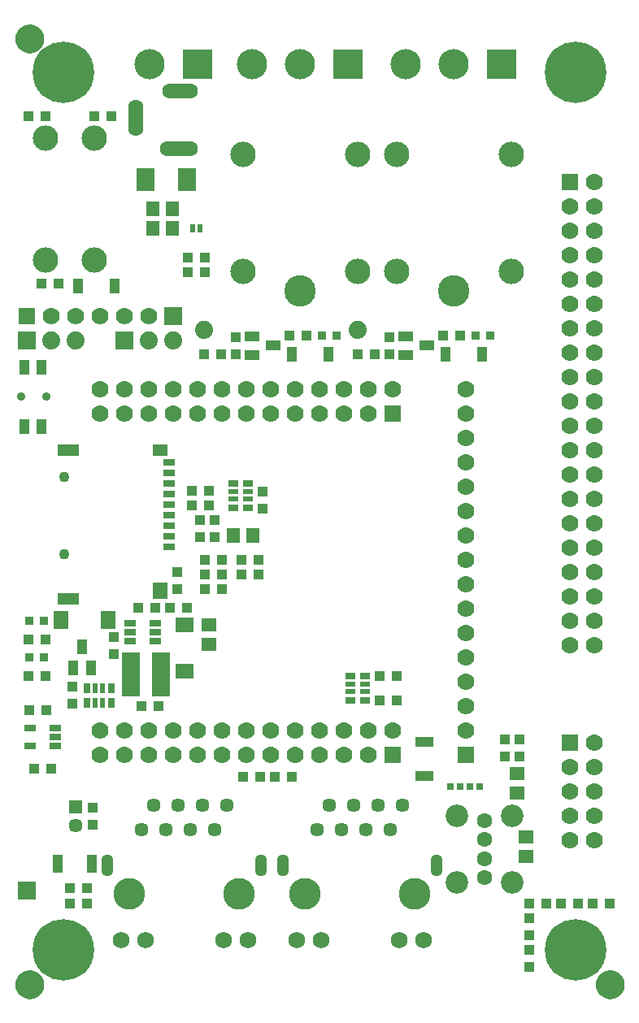
<source format=gbr>
G75*
G70*
%OFA0B0*%
%FSLAX24Y24*%
%IPPOS*%
%LPD*%
%AMOC8*
5,1,8,0,0,1.08239X$1,22.5*
%
%ADD10R,0.0700X0.0700*%
%ADD11C,0.0700*%
%ADD12R,0.0640X0.0540*%
%ADD13C,0.0926*%
%ADD14C,0.0631*%
%ADD15R,0.0280X0.0270*%
%ADD16R,0.0440X0.0440*%
%ADD17C,0.1300*%
%ADD18C,0.0571*%
%ADD19C,0.0690*%
%ADD20C,0.0512*%
%ADD21R,0.0440X0.0200*%
%ADD22R,0.0440X0.0300*%
%ADD23R,0.0200X0.0440*%
%ADD24R,0.0300X0.0440*%
%ADD25R,0.0434X0.0591*%
%ADD26R,0.0740X0.0740*%
%ADD27C,0.0740*%
%ADD28R,0.0740X0.0940*%
%ADD29C,0.1290*%
%ADD30C,0.1040*%
%ADD31R,0.1240X0.1240*%
%ADD32C,0.1240*%
%ADD33R,0.0591X0.0434*%
%ADD34R,0.0355X0.0355*%
%ADD35C,0.0434*%
%ADD36C,0.0500*%
%ADD37R,0.0591X0.0512*%
%ADD38R,0.0591X0.0670*%
%ADD39R,0.0906X0.0512*%
%ADD40R,0.0472X0.0315*%
%ADD41R,0.0540X0.0640*%
%ADD42R,0.0571X0.0571*%
%ADD43R,0.0611X0.0749*%
%ADD44R,0.0729X0.1812*%
%ADD45R,0.0749X0.0611*%
%ADD46R,0.0512X0.0257*%
%ADD47R,0.0240X0.0340*%
%ADD48R,0.0740X0.0440*%
%ADD49R,0.0440X0.0740*%
%ADD50C,0.0355*%
%ADD51R,0.0440X0.0620*%
%ADD52C,0.2520*%
D10*
X019652Y012157D03*
X022652Y012157D03*
X026902Y012657D03*
X019652Y026157D03*
X026902Y035657D03*
X004652Y030157D03*
D11*
X005652Y030157D03*
X006652Y030157D03*
X007652Y030157D03*
X008652Y030157D03*
X009652Y030157D03*
X009652Y027157D03*
X009652Y026157D03*
X008652Y026157D03*
X008652Y027157D03*
X007652Y027157D03*
X007652Y026157D03*
X010652Y026157D03*
X010652Y027157D03*
X011652Y027157D03*
X011652Y026157D03*
X012652Y026157D03*
X012652Y027157D03*
X013652Y027157D03*
X013652Y026157D03*
X014652Y026157D03*
X014652Y027157D03*
X015652Y027157D03*
X015652Y026157D03*
X016652Y026157D03*
X016652Y027157D03*
X017652Y027157D03*
X017652Y026157D03*
X018652Y026157D03*
X018652Y027157D03*
X019652Y027157D03*
X022652Y027157D03*
X022652Y026157D03*
X022652Y025157D03*
X022652Y024157D03*
X022652Y023157D03*
X022652Y022157D03*
X022652Y021157D03*
X022652Y020157D03*
X022652Y019157D03*
X022652Y018157D03*
X022652Y017157D03*
X022652Y016157D03*
X022652Y015157D03*
X022652Y014157D03*
X022652Y013157D03*
X019652Y013157D03*
X018652Y013157D03*
X018652Y012157D03*
X017652Y012157D03*
X017652Y013157D03*
X016652Y013157D03*
X016652Y012157D03*
X015652Y012157D03*
X015652Y013157D03*
X014652Y013157D03*
X014652Y012157D03*
X013652Y012157D03*
X013652Y013157D03*
X012652Y013157D03*
X012652Y012157D03*
X011652Y012157D03*
X011652Y013157D03*
X010652Y013157D03*
X010652Y012157D03*
X009652Y012157D03*
X009652Y013157D03*
X008652Y013157D03*
X008652Y012157D03*
X007652Y012157D03*
X007652Y013157D03*
X026902Y011657D03*
X026902Y010657D03*
X026902Y009657D03*
X026902Y008657D03*
X027902Y008657D03*
X027902Y009657D03*
X027902Y010657D03*
X027902Y011657D03*
X027902Y012657D03*
X027902Y016657D03*
X027902Y017657D03*
X027902Y018657D03*
X027902Y019657D03*
X027902Y020657D03*
X027902Y021657D03*
X026902Y021657D03*
X026902Y020657D03*
X026902Y019657D03*
X026902Y018657D03*
X026902Y017657D03*
X026902Y016657D03*
X026902Y022657D03*
X026902Y023657D03*
X026902Y024657D03*
X026902Y025657D03*
X026902Y026657D03*
X026902Y027657D03*
X026902Y028657D03*
X026902Y029657D03*
X026902Y030657D03*
X026902Y031657D03*
X026902Y032657D03*
X026902Y033657D03*
X026902Y034657D03*
X027902Y034657D03*
X027902Y035657D03*
X027902Y033657D03*
X027902Y032657D03*
X027902Y031657D03*
X027902Y030657D03*
X027902Y029657D03*
X027902Y028657D03*
X027902Y027657D03*
X027902Y026657D03*
X027902Y025657D03*
X027902Y024657D03*
X027902Y023657D03*
X027902Y022657D03*
D12*
X024752Y011407D03*
X024752Y010607D03*
X025102Y008807D03*
X025102Y008007D03*
X012102Y016707D03*
X012102Y017507D03*
D13*
X022289Y009686D03*
X022289Y006930D03*
X024533Y006930D03*
X024533Y009686D03*
D14*
X023411Y009489D03*
X023411Y008701D03*
X023411Y007914D03*
X023411Y007127D03*
X011345Y037034D03*
X011227Y037034D03*
X011109Y037034D03*
X010991Y037034D03*
X010873Y037034D03*
X010754Y037034D03*
X010636Y037034D03*
X010518Y037034D03*
X010400Y037034D03*
X009121Y037880D03*
X009121Y037959D03*
X009121Y038077D03*
X009121Y038195D03*
X009121Y038314D03*
X009121Y038432D03*
X009121Y038550D03*
X009121Y038668D03*
X009121Y038747D03*
X010518Y039396D03*
X010636Y039396D03*
X010754Y039396D03*
X010873Y039396D03*
X010991Y039396D03*
X011109Y039396D03*
X011227Y039396D03*
X011345Y039396D03*
D15*
X022002Y010857D03*
X022402Y010857D03*
X022802Y010857D03*
X023202Y010857D03*
D16*
X024252Y012107D03*
X024852Y012107D03*
X024852Y012807D03*
X024252Y012807D03*
X019802Y014407D03*
X019102Y014407D03*
X019102Y015407D03*
X019802Y015407D03*
X015502Y011257D03*
X014802Y011257D03*
X014202Y011257D03*
X013502Y011257D03*
X010052Y014157D03*
X009352Y014157D03*
X008202Y016307D03*
X008202Y017007D03*
X009202Y018207D03*
X009902Y018207D03*
X010502Y018207D03*
X011202Y018207D03*
X010802Y018957D03*
X010802Y019657D03*
X011952Y019557D03*
X011952Y020157D03*
X011752Y021107D03*
X012352Y021107D03*
X012352Y021807D03*
X012102Y022407D03*
X012102Y023007D03*
X011402Y023007D03*
X011402Y022407D03*
X011752Y021807D03*
X012652Y020157D03*
X012652Y019557D03*
X012652Y018957D03*
X013452Y019557D03*
X013452Y020157D03*
X014152Y020157D03*
X014152Y019557D03*
X014302Y022257D03*
X014302Y022957D03*
X011952Y018957D03*
X006502Y014957D03*
X006502Y014257D03*
X005452Y014007D03*
X004752Y014007D03*
X004702Y015407D03*
X005402Y015407D03*
X005402Y016907D03*
X004702Y016907D03*
X004952Y011607D03*
X005652Y011607D03*
X007352Y010007D03*
X007352Y009307D03*
X007102Y006707D03*
X007102Y006057D03*
X006402Y006057D03*
X006402Y006707D03*
X011902Y028607D03*
X012602Y028607D03*
X013202Y028607D03*
X013202Y029307D03*
X011952Y031957D03*
X011952Y032557D03*
X011252Y032557D03*
X011252Y031957D03*
X015402Y029357D03*
X016102Y029357D03*
X018202Y028607D03*
X018902Y028607D03*
X019502Y028607D03*
X019502Y029307D03*
X021702Y029357D03*
X022402Y029357D03*
X008102Y038357D03*
X007402Y038357D03*
X005402Y038357D03*
X004702Y038357D03*
X005252Y031507D03*
X005952Y031507D03*
X025252Y006057D03*
X025252Y005457D03*
X025252Y004757D03*
X025252Y004157D03*
X025252Y003457D03*
X025952Y006057D03*
X026552Y006057D03*
X027252Y006057D03*
X027852Y006057D03*
X028552Y006057D03*
D17*
X020552Y006457D03*
X016052Y006457D03*
X013352Y006457D03*
X008852Y006457D03*
D18*
X009349Y009095D03*
X009849Y010095D03*
X010349Y009095D03*
X010849Y010095D03*
X011349Y009095D03*
X011849Y010095D03*
X012349Y009095D03*
X012849Y010095D03*
X016549Y009095D03*
X017049Y010095D03*
X017549Y009095D03*
X018049Y010095D03*
X018549Y009095D03*
X019049Y010095D03*
X019549Y009095D03*
X020049Y010095D03*
X006652Y009263D03*
D19*
X008500Y004587D03*
X009500Y004587D03*
X012705Y004587D03*
X013705Y004587D03*
X015700Y004587D03*
X016700Y004587D03*
X019905Y004587D03*
X020905Y004587D03*
D20*
X021452Y007441D03*
X021452Y007520D03*
X021452Y007599D03*
X021452Y007677D03*
X021452Y007756D03*
X021452Y007835D03*
X015153Y007835D03*
X015153Y007756D03*
X015153Y007677D03*
X015153Y007599D03*
X015153Y007520D03*
X015153Y007441D03*
X014252Y007441D03*
X014252Y007520D03*
X014252Y007599D03*
X014252Y007677D03*
X014252Y007756D03*
X014252Y007835D03*
X007953Y007835D03*
X007953Y007756D03*
X007953Y007677D03*
X007953Y007599D03*
X007953Y007520D03*
X007953Y007441D03*
D21*
X017902Y014757D03*
X017902Y015057D03*
X018502Y015057D03*
X018502Y014757D03*
X013702Y022657D03*
X013702Y022957D03*
X013102Y022957D03*
X013102Y022657D03*
D22*
X013102Y022307D03*
X013702Y022307D03*
X013702Y023307D03*
X013102Y023307D03*
X017902Y015407D03*
X018502Y015407D03*
X018502Y014407D03*
X017902Y014407D03*
D23*
X007752Y014307D03*
X007452Y014307D03*
X007452Y014907D03*
X007752Y014907D03*
D24*
X008102Y014907D03*
X008102Y014307D03*
X007102Y014307D03*
X007102Y014907D03*
D25*
X007276Y015724D03*
X006902Y016590D03*
X006528Y015724D03*
X015504Y028607D03*
X017000Y028607D03*
X021804Y028607D03*
X023300Y028607D03*
X008250Y031407D03*
X006754Y031407D03*
D26*
X008652Y029157D03*
X010652Y030157D03*
X004652Y029157D03*
X004652Y006607D03*
D27*
X005652Y029157D03*
X006652Y029157D03*
X009652Y029157D03*
X010652Y029157D03*
X011902Y029607D03*
X018202Y029607D03*
D28*
X011210Y035757D03*
X009495Y035757D03*
D29*
X015852Y031207D03*
X022152Y031207D03*
D30*
X019802Y032007D03*
X018202Y032007D03*
X018202Y036807D03*
X019802Y036807D03*
X024502Y036807D03*
X024502Y032007D03*
X013502Y032007D03*
X013502Y036807D03*
X007402Y037457D03*
X005402Y037457D03*
X005402Y032457D03*
X007402Y032457D03*
D31*
X011637Y040507D03*
X017821Y040507D03*
X024121Y040507D03*
D32*
X022152Y040507D03*
X020184Y040507D03*
X015852Y040507D03*
X013884Y040507D03*
X009668Y040507D03*
D33*
X013869Y029331D03*
X013869Y028583D03*
X014736Y028957D03*
X020169Y028583D03*
X020169Y029331D03*
X021036Y028957D03*
D34*
X023052Y029357D03*
X023652Y029357D03*
X017352Y029357D03*
X016752Y029357D03*
X005352Y017657D03*
X004752Y017657D03*
X004752Y016157D03*
X005352Y016157D03*
D35*
X006173Y020406D03*
X006173Y023556D03*
X004752Y041557D03*
X004752Y002757D03*
X028552Y002757D03*
D36*
X004417Y002757D02*
X004419Y002794D01*
X004425Y002830D01*
X004435Y002866D01*
X004449Y002900D01*
X004467Y002932D01*
X004488Y002963D01*
X004512Y002991D01*
X004539Y003016D01*
X004569Y003037D01*
X004601Y003056D01*
X004635Y003071D01*
X004670Y003082D01*
X004706Y003089D01*
X004743Y003092D01*
X004780Y003091D01*
X004816Y003086D01*
X004852Y003077D01*
X004887Y003064D01*
X004919Y003047D01*
X004950Y003027D01*
X004979Y003003D01*
X005005Y002977D01*
X005027Y002948D01*
X005047Y002916D01*
X005062Y002883D01*
X005074Y002848D01*
X005082Y002812D01*
X005086Y002775D01*
X005086Y002739D01*
X005082Y002702D01*
X005074Y002666D01*
X005062Y002631D01*
X005047Y002598D01*
X005027Y002566D01*
X005005Y002537D01*
X004979Y002511D01*
X004950Y002487D01*
X004920Y002467D01*
X004887Y002450D01*
X004852Y002437D01*
X004816Y002428D01*
X004780Y002423D01*
X004743Y002422D01*
X004706Y002425D01*
X004670Y002432D01*
X004635Y002443D01*
X004601Y002458D01*
X004569Y002477D01*
X004539Y002498D01*
X004512Y002523D01*
X004488Y002551D01*
X004467Y002582D01*
X004449Y002614D01*
X004435Y002648D01*
X004425Y002684D01*
X004419Y002720D01*
X004417Y002757D01*
X028217Y002757D02*
X028219Y002794D01*
X028225Y002830D01*
X028235Y002866D01*
X028249Y002900D01*
X028267Y002932D01*
X028288Y002963D01*
X028312Y002991D01*
X028339Y003016D01*
X028369Y003037D01*
X028401Y003056D01*
X028435Y003071D01*
X028470Y003082D01*
X028506Y003089D01*
X028543Y003092D01*
X028580Y003091D01*
X028616Y003086D01*
X028652Y003077D01*
X028687Y003064D01*
X028719Y003047D01*
X028750Y003027D01*
X028779Y003003D01*
X028805Y002977D01*
X028827Y002948D01*
X028847Y002916D01*
X028862Y002883D01*
X028874Y002848D01*
X028882Y002812D01*
X028886Y002775D01*
X028886Y002739D01*
X028882Y002702D01*
X028874Y002666D01*
X028862Y002631D01*
X028847Y002598D01*
X028827Y002566D01*
X028805Y002537D01*
X028779Y002511D01*
X028750Y002487D01*
X028720Y002467D01*
X028687Y002450D01*
X028652Y002437D01*
X028616Y002428D01*
X028580Y002423D01*
X028543Y002422D01*
X028506Y002425D01*
X028470Y002432D01*
X028435Y002443D01*
X028401Y002458D01*
X028369Y002477D01*
X028339Y002498D01*
X028312Y002523D01*
X028288Y002551D01*
X028267Y002582D01*
X028249Y002614D01*
X028235Y002648D01*
X028225Y002684D01*
X028219Y002720D01*
X028217Y002757D01*
X004417Y041557D02*
X004419Y041594D01*
X004425Y041630D01*
X004435Y041666D01*
X004449Y041700D01*
X004467Y041732D01*
X004488Y041763D01*
X004512Y041791D01*
X004539Y041816D01*
X004569Y041837D01*
X004601Y041856D01*
X004635Y041871D01*
X004670Y041882D01*
X004706Y041889D01*
X004743Y041892D01*
X004780Y041891D01*
X004816Y041886D01*
X004852Y041877D01*
X004887Y041864D01*
X004919Y041847D01*
X004950Y041827D01*
X004979Y041803D01*
X005005Y041777D01*
X005027Y041748D01*
X005047Y041716D01*
X005062Y041683D01*
X005074Y041648D01*
X005082Y041612D01*
X005086Y041575D01*
X005086Y041539D01*
X005082Y041502D01*
X005074Y041466D01*
X005062Y041431D01*
X005047Y041398D01*
X005027Y041366D01*
X005005Y041337D01*
X004979Y041311D01*
X004950Y041287D01*
X004920Y041267D01*
X004887Y041250D01*
X004852Y041237D01*
X004816Y041228D01*
X004780Y041223D01*
X004743Y041222D01*
X004706Y041225D01*
X004670Y041232D01*
X004635Y041243D01*
X004601Y041258D01*
X004569Y041277D01*
X004539Y041298D01*
X004512Y041323D01*
X004488Y041351D01*
X004467Y041382D01*
X004449Y041414D01*
X004435Y041448D01*
X004425Y041484D01*
X004419Y041520D01*
X004417Y041557D01*
D37*
X010110Y024658D03*
D38*
X010110Y018910D03*
D39*
X006330Y018556D03*
X006330Y024658D03*
D40*
X010464Y024186D03*
X010464Y023753D03*
X010464Y023319D03*
X010464Y022886D03*
X010464Y022453D03*
X010464Y022020D03*
X010464Y021587D03*
X010464Y021154D03*
X010464Y020721D03*
D41*
X013102Y021157D03*
X013902Y021157D03*
X010602Y033757D03*
X010602Y034557D03*
X009802Y034557D03*
X009802Y033757D03*
D42*
X006652Y010051D03*
D43*
X006040Y017707D03*
X007965Y017707D03*
D44*
X008898Y015457D03*
X010157Y015457D03*
D45*
X011102Y015594D03*
X011102Y017519D03*
D46*
X009914Y017581D03*
X009914Y017207D03*
X009914Y016833D03*
X008891Y016833D03*
X008891Y017207D03*
X008891Y017581D03*
X005814Y013281D03*
X005814Y012907D03*
X005814Y012533D03*
X004791Y012533D03*
X004791Y013281D03*
D47*
X011452Y033757D03*
X011752Y033757D03*
D48*
X020952Y012707D03*
X020952Y011307D03*
D49*
X007302Y007707D03*
X005902Y007707D03*
D50*
X005452Y026857D03*
X004402Y026857D03*
D51*
X004552Y028067D03*
X005252Y028067D03*
X005252Y025647D03*
X004552Y025647D03*
D52*
X006152Y040157D03*
X027152Y040157D03*
X027152Y004157D03*
X006152Y004157D03*
M02*

</source>
